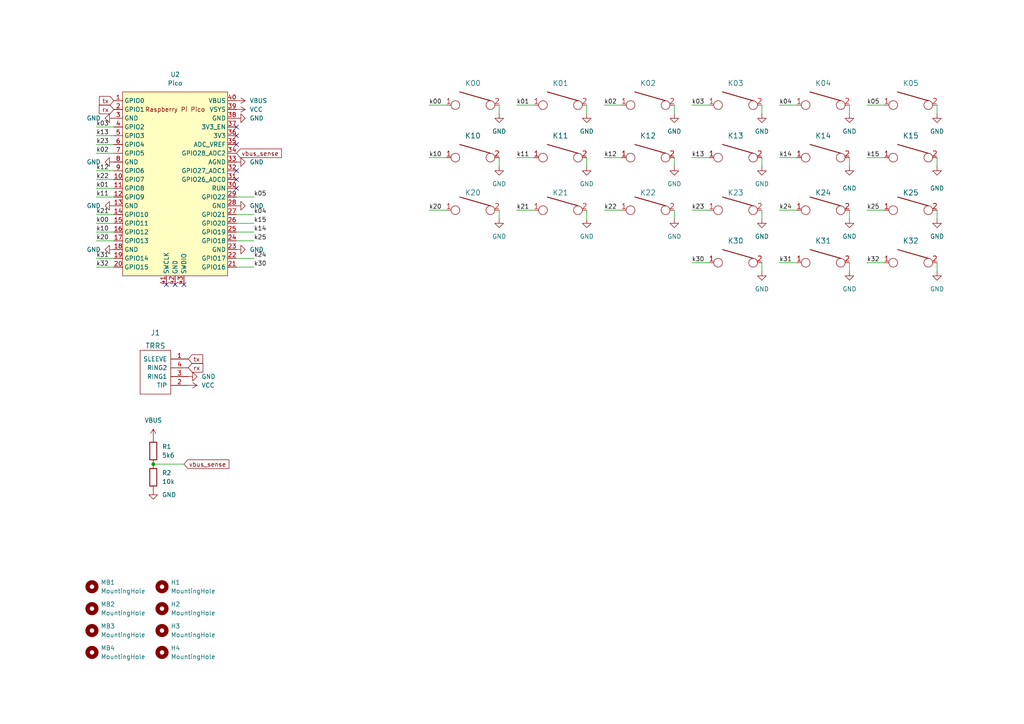
<source format=kicad_sch>
(kicad_sch (version 20231120) (generator "eeschema") (generator_version "8.0")
  (paper "A4")
  (title_block (title "Levitas (Right)") (date "2024-07-08") (rev "A") (company "chriso345") (comment 1 "Adapted from PIANTOR board"))
  (lib_symbols
    (symbol "Device:R" (pin_numbers hide) (pin_names (offset 0))
      (property "Reference" "R" (at 2.032 0 90))
      (property "Value" "R" (at 0 0 90))
      (symbol "R_0_1"
        (rectangle (start -1.016 -2.54) (end 1.016 2.54) (stroke (width 0.254)))
      )
      (symbol "R_1_1"
        (pin passive line (at 0 3.81 270) (length 1.27) (name "~") (number "1"))
        (pin passive line (at 0 -3.81 90) (length 1.27) (name "~") (number "2"))
      )
    )
    (symbol "KiCad-RP-Pico:Pico"
      (property "Reference" "U" (at -13.97 27.94 0))
      (property "Value" "Pico" (at 0 19.05 0))
      (symbol "Pico_0_0"
        (text "Raspberry Pi Pico" (at 0 21.59 0) (effects (font (size 1.27 1.27))))
      )
      (symbol "Pico_0_1"
        (rectangle (start -15.24 26.67) (end 15.24 -26.67) (fill (type background)))
      )
      (symbol "Pico_1_1"
        (pin bidirectional line (at -17.78 24.13 0) (length 2.54) (name "GPIO0") (number "1"))
        (pin bidirectional line (at -17.78 1.27 0) (length 2.54) (name "GPIO7") (number "10"))
        (pin bidirectional line (at -17.78 -1.27 0) (length 2.54) (name "GPIO8") (number "11"))
        (pin bidirectional line (at -17.78 -3.81 0) (length 2.54) (name "GPIO9") (number "12"))
        (pin power_in line (at -17.78 -6.35 0) (length 2.54) (name "GND") (number "13"))
        (pin bidirectional line (at -17.78 -8.89 0) (length 2.54) (name "GPIO10") (number "14"))
        (pin bidirectional line (at -17.78 -11.43 0) (length 2.54) (name "GPIO11") (number "15"))
        (pin bidirectional line (at -17.78 -13.97 0) (length 2.54) (name "GPIO12") (number "16"))
        (pin bidirectional line (at -17.78 -16.51 0) (length 2.54) (name "GPIO13") (number "17"))
        (pin power_in line (at -17.78 -19.05 0) (length 2.54) (name "GND") (number "18"))
        (pin bidirectional line (at -17.78 -21.59 0) (length 2.54) (name "GPIO14") (number "19"))
        (pin bidirectional line (at -17.78 21.59 0) (length 2.54) (name "GPIO1") (number "2"))
        (pin bidirectional line (at -17.78 -24.13 0) (length 2.54) (name "GPIO15") (number "20"))
        (pin bidirectional line (at 17.78 -24.13 180) (length 2.54) (name "GPIO16") (number "21"))
        (pin bidirectional line (at 17.78 -21.59 180) (length 2.54) (name "GPIO17") (number "22"))
        (pin power_in line (at 17.78 -19.05 180) (length 2.54) (name "GND") (number "23"))
        (pin bidirectional line (at 17.78 -16.51 180) (length 2.54) (name "GPIO18") (number "24"))
        (pin bidirectional line (at 17.78 -13.97 180) (length 2.54) (name "GPIO19") (number "25"))
        (pin bidirectional line (at 17.78 -11.43 180) (length 2.54) (name "GPIO20") (number "26"))
        (pin bidirectional line (at 17.78 -8.89 180) (length 2.54) (name "GPIO21") (number "27"))
        (pin power_in line (at 17.78 -6.35 180) (length 2.54) (name "GND") (number "28"))
        (pin bidirectional line (at 17.78 -3.81 180) (length 2.54) (name "GPIO22") (number "29"))
        (pin power_in line (at -17.78 19.05 0) (length 2.54) (name "GND") (number "3"))
        (pin input line (at 17.78 -1.27 180) (length 2.54) (name "RUN") (number "30"))
        (pin bidirectional line (at 17.78 1.27 180) (length 2.54) (name "GPIO26_ADC0") (number "31"))
        (pin bidirectional line (at 17.78 3.81 180) (length 2.54) (name "GPIO27_ADC1") (number "32"))
        (pin power_in line (at 17.78 6.35 180) (length 2.54) (name "AGND") (number "33"))
        (pin bidirectional line (at 17.78 8.89 180) (length 2.54) (name "GPIO28_ADC2") (number "34"))
        (pin power_in line (at 17.78 11.43 180) (length 2.54) (name "ADC_VREF") (number "35"))
        (pin power_in line (at 17.78 13.97 180) (length 2.54) (name "3V3") (number "36"))
        (pin input line (at 17.78 16.51 180) (length 2.54) (name "3V3_EN") (number "37"))
        (pin bidirectional line (at 17.78 19.05 180) (length 2.54) (name "GND") (number "38"))
        (pin power_in line (at 17.78 21.59 180) (length 2.54) (name "VSYS") (number "39"))
        (pin bidirectional line (at -17.78 16.51 0) (length 2.54) (name "GPIO2") (number "4"))
        (pin power_in line (at 17.78 24.13 180) (length 2.54) (name "VBUS") (number "40"))
        (pin input line (at -2.54 -29.21 90) (length 2.54) (name "SWCLK") (number "41"))
        (pin power_in line (at 0 -29.21 90) (length 2.54) (name "GND") (number "42"))
        (pin bidirectional line (at 2.54 -29.21 90) (length 2.54) (name "SWDIO") (number "43"))
        (pin bidirectional line (at -17.78 13.97 0) (length 2.54) (name "GPIO3") (number "5"))
        (pin bidirectional line (at -17.78 11.43 0) (length 2.54) (name "GPIO4") (number "6"))
        (pin bidirectional line (at -17.78 8.89 0) (length 2.54) (name "GPIO5") (number "7"))
        (pin power_in line (at -17.78 6.35 0) (length 2.54) (name "GND") (number "8"))
        (pin bidirectional line (at -17.78 3.81 0) (length 2.54) (name "GPIO6") (number "9"))
      )
    )
    (symbol "Mechanical:MountingHole" (pin_names (offset 1.016))
      (property "Reference" "H" (at 0 5.08 0))
      (property "Value" "MountingHole" (at 0 3.175 0))
      (symbol "MountingHole_0_1"
        (circle (center 0 0) (radius 1.27) (stroke (width 1.27)))
      )
    )
    (symbol "keebio:TRRS" (pin_names (offset 1.016))
      (property "Reference" "U" (at 0 15.24 0))
      (property "Value" "TRRS" (at 0 -2.54 0))
      (symbol "TRRS_0_1"
        (rectangle (start -3.81 0) (end -3.81 12.7))
        (rectangle (start -3.81 12.7) (end 5.08 12.7))
        (rectangle (start 5.08 0) (end -3.81 0))
        (rectangle (start 5.08 12.7) (end 5.08 0))
      )
      (symbol "TRRS_1_1"
        (pin input line (at -8.89 2.54 0) (length 5.08) (name "SLEEVE") (number "1"))
        (pin input line (at -8.89 10.16 0) (length 5.08) (name "TIP") (number "2"))
        (pin input line (at -8.89 7.62 0) (length 5.08) (name "RING1") (number "3"))
        (pin input line (at -8.89 5.08 0) (length 5.08) (name "RING2") (number "4"))
      )
    )
    (symbol "keyboard_parts:KEYSW" (pin_names (offset 1.016))
      (property "Reference" "K?" (at -1.27 0 0))
      (symbol "KEYSW_0_1"
        (circle (center -5.08 0) (radius 1.27))
        (polyline (pts (xy -5.08 1.27) (xy 3.81 3.81)) (stroke (width 0.254)))
        (circle (center 5.08 0) (radius 1.27))
      )
      (symbol "KEYSW_1_1"
        (pin passive line (at 7.62 0 180) (length 1.27) (name "~") (number "1"))
        (pin passive line (at -7.62 0 0) (length 1.27) (name "~") (number "2"))
      )
    )
    (symbol "power:GND" (power) (pin_names (offset 0))
      (property "Value" "GND" (at 0 -3.81 0))
      (symbol "GND_0_1"
        (polyline (pts (xy 0 0) (xy 0 -1.27) (xy 1.27 -1.27) (xy 0 -2.54) (xy -1.27 -1.27) (xy 0 -1.27)))
      )
      (symbol "GND_1_1"
        (pin power_in line (at 0 0 270) (length 0) hide (name "GND") (number "1"))
      )
    )
    (symbol "power:VBUS" (power) (pin_names (offset 0))
      (property "Value" "VBUS" (at 0 3.81 0))
      (symbol "VBUS_0_1"
        (polyline (pts (xy -0.762 1.27) (xy 0 2.54)))
        (polyline (pts (xy 0 0) (xy 0 2.54)))
        (polyline (pts (xy 0 2.54) (xy 0.762 1.27)))
      )
      (symbol "VBUS_1_1"
        (pin power_in line (at 0 0 90) (length 0) hide (name "VBUS") (number "1"))
      )
    )
    (symbol "power:VCC" (power) (pin_names (offset 0))
      (property "Value" "VCC" (at 0 3.81 0))
      (symbol "VCC_0_1"
        (polyline (pts (xy -0.762 1.27) (xy 0 2.54)))
        (polyline (pts (xy 0 0) (xy 0 2.54)))
        (polyline (pts (xy 0 2.54) (xy 0.762 1.27)))
      )
      (symbol "VCC_1_1"
        (pin power_in line (at 0 0 90) (length 0) hide (name "VCC") (number "1"))
      )
    )
  )
  (junction (at 44.45 134.62))
  (no_connect (at 68.58 49.53))
  (no_connect (at 53.34 82.55))
  (no_connect (at 50.8 82.55))
  (no_connect (at 48.26 82.55))
  (no_connect (at 68.58 52.07))
  (no_connect (at 68.58 39.37))
  (no_connect (at 68.58 41.91))
  (no_connect (at 68.58 36.83))
  (no_connect (at 68.58 54.61))
  (wire (pts (xy 149.86 60.96) (xy 154.94 60.96)))
  (wire (pts (xy 27.94 41.91) (xy 33.02 41.91)))
  (wire (pts (xy 200.66 45.72) (xy 205.74 45.72)))
  (wire (pts (xy 251.46 30.48) (xy 256.54 30.48)))
  (wire (pts (xy 124.46 45.72) (xy 129.54 45.72)))
  (wire (pts (xy 200.66 60.96) (xy 205.74 60.96)))
  (wire (pts (xy 68.58 67.31) (xy 73.66 67.31)))
  (wire (pts (xy 149.86 45.72) (xy 154.94 45.72)))
  (wire (pts (xy 27.94 49.53) (xy 33.02 49.53)))
  (wire (pts (xy 68.58 62.23) (xy 73.66 62.23)))
  (wire (pts (xy 27.94 74.93) (xy 33.02 74.93)))
  (wire (pts (xy 175.26 60.96) (xy 180.34 60.96)))
  (wire (pts (xy 251.46 60.96) (xy 256.54 60.96)))
  (wire (pts (xy 195.58 63.5) (xy 195.58 60.96)))
  (wire (pts (xy 144.78 63.5) (xy 144.78 60.96)))
  (wire (pts (xy 246.38 48.26) (xy 246.38 45.72)))
  (wire (pts (xy 220.98 48.26) (xy 220.98 45.72)))
  (wire (pts (xy 144.78 48.26) (xy 144.78 45.72)))
  (wire (pts (xy 27.94 67.31) (xy 33.02 67.31)))
  (wire (pts (xy 27.94 77.47) (xy 33.02 77.47)))
  (wire (pts (xy 175.26 45.72) (xy 180.34 45.72)))
  (wire (pts (xy 246.38 78.74) (xy 246.38 76.2)))
  (wire (pts (xy 271.78 48.26) (xy 271.78 45.72)))
  (wire (pts (xy 200.66 76.2) (xy 205.74 76.2)))
  (wire (pts (xy 226.06 45.72) (xy 231.14 45.72)))
  (wire (pts (xy 68.58 57.15) (xy 73.66 57.15)))
  (wire (pts (xy 200.66 30.48) (xy 205.74 30.48)))
  (wire (pts (xy 220.98 78.74) (xy 220.98 76.2)))
  (wire (pts (xy 271.78 63.5) (xy 271.78 60.96)))
  (wire (pts (xy 124.46 60.96) (xy 129.54 60.96)))
  (wire (pts (xy 27.94 69.85) (xy 33.02 69.85)))
  (wire (pts (xy 27.94 54.61) (xy 33.02 54.61)))
  (wire (pts (xy 144.78 33.02) (xy 144.78 30.48)))
  (wire (pts (xy 195.58 48.26) (xy 195.58 45.72)))
  (wire (pts (xy 170.18 63.5) (xy 170.18 60.96)))
  (wire (pts (xy 246.38 63.5) (xy 246.38 60.96)))
  (wire (pts (xy 226.06 30.48) (xy 231.14 30.48)))
  (wire (pts (xy 124.46 30.48) (xy 129.54 30.48)))
  (wire (pts (xy 27.94 39.37) (xy 33.02 39.37)))
  (wire (pts (xy 27.94 57.15) (xy 33.02 57.15)))
  (wire (pts (xy 170.18 48.26) (xy 170.18 45.72)))
  (wire (pts (xy 175.26 30.48) (xy 180.34 30.48)))
  (wire (pts (xy 68.58 74.93) (xy 73.66 74.93)))
  (wire (pts (xy 27.94 36.83) (xy 33.02 36.83)))
  (wire (pts (xy 27.94 64.77) (xy 33.02 64.77)))
  (wire (pts (xy 44.45 134.62) (xy 53.34 134.62)))
  (wire (pts (xy 68.58 77.47) (xy 73.66 77.47)))
  (wire (pts (xy 195.58 33.02) (xy 195.58 30.48)))
  (wire (pts (xy 251.46 45.72) (xy 256.54 45.72)))
  (wire (pts (xy 27.94 44.45) (xy 33.02 44.45)))
  (wire (pts (xy 226.06 60.96) (xy 231.14 60.96)))
  (wire (pts (xy 68.58 64.77) (xy 73.66 64.77)))
  (wire (pts (xy 170.18 33.02) (xy 170.18 30.48)))
  (wire (pts (xy 226.06 76.2) (xy 231.14 76.2)))
  (wire (pts (xy 271.78 33.02) (xy 271.78 30.48)))
  (wire (pts (xy 246.38 33.02) (xy 246.38 30.48)))
  (wire (pts (xy 251.46 76.2) (xy 256.54 76.2)))
  (wire (pts (xy 220.98 33.02) (xy 220.98 30.48)))
  (wire (pts (xy 27.94 52.07) (xy 33.02 52.07)))
  (wire (pts (xy 27.94 62.23) (xy 33.02 62.23)))
  (wire (pts (xy 149.86 30.48) (xy 154.94 30.48)))
  (wire (pts (xy 68.58 69.85) (xy 73.66 69.85)))
  (wire (pts (xy 271.78 78.74) (xy 271.78 76.2)))
  (wire (pts (xy 220.98 63.5) (xy 220.98 60.96)))
  (label "k11" (at 27.94 57.15 0))
  (label "k21" (at 27.94 62.23 0))
  (label "k13" (at 27.94 39.37 0))
  (label "k30" (at 200.66 76.2 0))
  (label "k02" (at 175.26 30.48 0))
  (label "k04" (at 226.06 30.48 0))
  (label "k20" (at 27.94 69.85 0))
  (label "k00" (at 27.94 64.77 0))
  (label "k01" (at 27.94 54.61 0))
  (label "k00" (at 124.46 30.48 0))
  (label "k03" (at 200.66 30.48 0))
  (label "k15" (at 251.46 45.72 0))
  (label "k23" (at 200.66 60.96 0))
  (label "k10" (at 27.94 67.31 0))
  (label "k24" (at 226.06 60.96 0))
  (label "k05" (at 251.46 30.48 0))
  (label "k32" (at 27.94 77.47 0))
  (label "k22" (at 175.26 60.96 0))
  (label "k03" (at 27.94 36.83 0))
  (label "k02" (at 27.94 44.45 0))
  (label "k01" (at 149.86 30.48 0))
  (label "k22" (at 27.94 52.07 0))
  (label "k10" (at 124.46 45.72 0))
  (label "k12" (at 27.94 49.53 0))
  (label "k30" (at 73.66 77.47 0))
  (label "k31" (at 27.94 74.93 0))
  (label "k24" (at 73.66 74.93 0))
  (label "k32" (at 251.46 76.2 0))
  (label "k14" (at 226.06 45.72 0))
  (label "k12" (at 175.26 45.72 0))
  (label "k23" (at 27.94 41.91 0))
  (label "k11" (at 149.86 45.72 0))
  (label "k15" (at 73.66 64.77 0))
  (label "k25" (at 73.66 69.85 0))
  (label "k04" (at 73.66 62.23 0))
  (label "k31" (at 226.06 76.2 0))
  (label "k13" (at 200.66 45.72 0))
  (label "k21" (at 149.86 60.96 0))
  (label "k25" (at 251.46 60.96 0))
  (label "k05" (at 73.66 57.15 0))
  (label "k14" (at 73.66 67.31 0))
  (label "k20" (at 124.46 60.96 0))
  (global_label "rx" (shape input) (at 54.61 106.68 0) (property "Intersheetrefs" "${INTERSHEET_REFS}" (effects (hide yes))))
  (global_label "vbus_sense" (shape input) (at 53.34 134.62 0) (property "Intersheetrefs" "${INTERSHEET_REFS}" (effects (hide yes))))
  (global_label "tx" (shape input) (at 54.61 104.14 0) (property "Intersheetrefs" "${INTERSHEET_REFS}" (effects (hide yes))))
  (global_label "tx" (shape input) (at 33.02 29.21 180) (property "Intersheetrefs" "${INTERSHEET_REFS}" (effects (hide yes))))
  (global_label "vbus_sense" (shape input) (at 68.58 44.45 0) (property "Intersheetrefs" "${INTERSHEET_REFS}" (effects (hide yes))))
  (global_label "rx" (shape input) (at 33.02 31.75 180) (property "Intersheetrefs" "${INTERSHEET_REFS}" (effects (hide yes))))
  (symbol (lib_id "keyboard_parts:KEYSW") (at 264.16 76.2 0) (mirror y) (unit 1)
    (property "Reference" "K32" (at 264.16 69.85 0) (effects (font (size 1.524 1.524))))
    (property "Value" "KEYSW" (effects (hide yes)))
    (property "Footprint" "keyswitches:SW_PG1350_reversible" (effects (hide yes)))
  )
  (symbol (lib_id "Mechanical:MountingHole") (at 26.67 182.88 0) (unit 1)
    (property "Reference" "MB3" (at 29.21 181.6099 0) (effects (justify left)))
    (property "Value" "MountingHole" (at 29.21 184.1499 0) (effects (justify left)))
    (property "Footprint" "beekeeb_lib:mousebites" (effects (hide yes)))
  )
  (symbol (lib_id "power:GND") (at 195.58 48.26 0) (unit 1)
    (property "Reference" "#PWR0104" (effects (hide yes)))
    (property "Value" "GND" (at 195.58 53.34 0))
  )
  (symbol (lib_id "power:VBUS") (at 68.58 29.21 270) (unit 1)
    (property "Reference" "#PWR0124" (effects (hide yes)))
    (property "Value" "VBUS" (at 72.39 29.2099 90) (effects (justify left)))
  )
  (symbol (lib_id "power:GND") (at 33.02 59.69 270) (unit 1)
    (property "Reference" "#PWR0128" (effects (hide yes)))
    (property "Value" "GND" (at 29.21 59.6899 90) (effects (justify right)))
  )
  (symbol (lib_id "keyboard_parts:KEYSW") (at 238.76 60.96 0) (mirror y) (unit 1)
    (property "Reference" "K24" (at 238.76 55.88 0) (effects (font (size 1.524 1.524))))
    (property "Value" "KEYSW" (effects (hide yes)))
    (property "Footprint" "keyswitches:SW_PG1350_reversible" (effects (hide yes)))
  )
  (symbol (lib_id "power:GND") (at 68.58 46.99 90) (unit 1)
    (property "Reference" "#PWR0111" (effects (hide yes)))
    (property "Value" "GND" (at 72.39 46.9899 90) (effects (justify right)))
  )
  (symbol (lib_id "power:GND") (at 54.61 109.22 90) (unit 1)
    (property "Reference" "#PWR0126" (effects (hide yes)))
    (property "Value" "GND" (at 58.42 109.2199 90) (effects (justify right)))
  )
  (symbol (lib_id "keyboard_parts:KEYSW") (at 137.16 30.48 0) (mirror y) (unit 1)
    (property "Reference" "K00" (at 137.16 24.13 0) (effects (font (size 1.524 1.524))))
    (property "Value" "KEYSW" (effects (hide yes)))
    (property "Footprint" "keyswitches:SW_PG1350_reversible" (effects (hide yes)))
  )
  (symbol (lib_id "Mechanical:MountingHole") (at 46.99 189.23 0) (unit 1)
    (property "Reference" "H4" (at 49.53 187.9599 0) (effects (justify left)))
    (property "Value" "MountingHole" (at 49.53 190.4999 0) (effects (justify left)))
    (property "Footprint" "beekeeb_lib:MountingHole_2.2mm_M2-8mm" (effects (hide yes)))
  )
  (symbol (lib_id "power:VBUS") (at 44.45 127 0) (unit 1)
    (property "Reference" "#PWR0125" (effects (hide yes)))
    (property "Value" "VBUS" (at 44.45 121.92 0))
  )
  (symbol (lib_id "keyboard_parts:KEYSW") (at 264.16 45.72 0) (mirror y) (unit 1)
    (property "Reference" "K15" (at 264.16 39.37 0) (effects (font (size 1.524 1.524))))
    (property "Value" "KEYSW" (effects (hide yes)))
    (property "Footprint" "keyswitches:SW_PG1350_reversible" (effects (hide yes)))
  )
  (symbol (lib_id "power:GND") (at 144.78 48.26 0) (unit 1)
    (property "Reference" "#PWR0107" (effects (hide yes)))
    (property "Value" "GND" (at 144.78 53.34 0))
  )
  (symbol (lib_id "power:GND") (at 195.58 63.5 0) (unit 1)
    (property "Reference" "#PWR0105" (effects (hide yes)))
    (property "Value" "GND" (at 195.58 68.58 0))
  )
  (symbol (lib_id "Mechanical:MountingHole") (at 26.67 176.53 0) (unit 1)
    (property "Reference" "MB2" (at 29.21 175.2599 0) (effects (justify left)))
    (property "Value" "MountingHole" (at 29.21 177.7999 0) (effects (justify left)))
    (property "Footprint" "beekeeb_lib:mousebites" (effects (hide yes)))
  )
  (symbol (lib_id "Mechanical:MountingHole") (at 46.99 176.53 0) (unit 1)
    (property "Reference" "H2" (at 49.53 175.2599 0) (effects (justify left)))
    (property "Value" "MountingHole" (at 49.53 177.7999 0) (effects (justify left)))
    (property "Footprint" "beekeeb_lib:MountingHole_2.2mm_M2-8mm" (effects (hide yes)))
  )
  (symbol (lib_id "keyboard_parts:KEYSW") (at 213.36 30.48 0) (mirror y) (unit 1)
    (property "Reference" "K03" (at 213.36 24.13 0) (effects (font (size 1.524 1.524))))
    (property "Value" "KEYSW" (effects (hide yes)))
    (property "Footprint" "keyswitches:SW_PG1350_reversible" (effects (hide yes)))
  )
  (symbol (lib_id "power:GND") (at 246.38 63.5 0) (unit 1)
    (property "Reference" "#PWR0121" (effects (hide yes)))
    (property "Value" "GND" (at 246.38 68.58 0))
  )
  (symbol (lib_id "keyboard_parts:KEYSW") (at 187.96 30.48 0) (mirror y) (unit 1)
    (property "Reference" "K02" (at 187.96 24.13 0) (effects (font (size 1.524 1.524))))
    (property "Value" "KEYSW" (effects (hide yes)))
    (property "Footprint" "keyswitches:SW_PG1350_reversible" (effects (hide yes)))
  )
  (symbol (lib_id "keyboard_parts:KEYSW") (at 162.56 45.72 0) (mirror y) (unit 1)
    (property "Reference" "K11" (at 162.56 39.37 0) (effects (font (size 1.524 1.524))))
    (property "Value" "KEYSW" (effects (hide yes)))
    (property "Footprint" "keyswitches:SW_PG1350_reversible" (effects (hide yes)))
  )
  (symbol (lib_id "keyboard_parts:KEYSW") (at 187.96 60.96 0) (mirror y) (unit 1)
    (property "Reference" "K22" (at 187.96 55.88 0) (effects (font (size 1.524 1.524))))
    (property "Value" "KEYSW" (effects (hide yes)))
    (property "Footprint" "keyswitches:SW_PG1350_reversible" (effects (hide yes)))
  )
  (symbol (lib_id "power:GND") (at 271.78 33.02 0) (unit 1)
    (property "Reference" "#PWR0115" (effects (hide yes)))
    (property "Value" "GND" (at 271.78 38.1 0))
  )
  (symbol (lib_id "power:GND") (at 271.78 63.5 0) (unit 1)
    (property "Reference" "#PWR0118" (effects (hide yes)))
    (property "Value" "GND" (at 271.78 68.58 0))
  )
  (symbol (lib_id "power:GND") (at 271.78 78.74 0) (unit 1)
    (property "Reference" "#PWR0117" (effects (hide yes)))
    (property "Value" "GND" (at 271.78 83.82 0))
  )
  (symbol (lib_id "Mechanical:MountingHole") (at 26.67 170.18 0) (unit 1)
    (property "Reference" "MB1" (at 29.21 168.9099 0) (effects (justify left)))
    (property "Value" "MountingHole" (at 29.21 171.4499 0) (effects (justify left)))
    (property "Footprint" "beekeeb_lib:mousebites" (effects (hide yes)))
  )
  (symbol (lib_id "power:GND") (at 246.38 48.26 0) (unit 1)
    (property "Reference" "#PWR0119" (effects (hide yes)))
    (property "Value" "GND" (at 246.38 54.61 0))
  )
  (symbol (lib_id "power:GND") (at 170.18 63.5 0) (unit 1)
    (property "Reference" "#PWR0101" (effects (hide yes)))
    (property "Value" "GND" (at 170.18 68.58 0))
  )
  (symbol (lib_id "keyboard_parts:KEYSW") (at 238.76 30.48 0) (mirror y) (unit 1)
    (property "Reference" "K04" (at 238.76 24.13 0) (effects (font (size 1.524 1.524))))
    (property "Value" "KEYSW" (effects (hide yes)))
    (property "Footprint" "keyswitches:SW_PG1350_reversible" (effects (hide yes)))
  )
  (symbol (lib_id "power:GND") (at 246.38 78.74 0) (unit 1)
    (property "Reference" "#PWR0120" (effects (hide yes)))
    (property "Value" "GND" (at 246.38 83.82 0))
  )
  (symbol (lib_id "power:GND") (at 68.58 72.39 90) (unit 1)
    (property "Reference" "#PWR0135" (effects (hide yes)))
    (property "Value" "GND" (at 72.39 72.3899 90) (effects (justify right)))
  )
  (symbol (lib_id "Device:R") (at 44.45 138.43 0) (unit 1)
    (property "Reference" "R2" (at 46.99 137.1599 0) (effects (justify left)))
    (property "Value" "10k" (at 46.99 139.6999 0) (effects (justify left)))
    (property "Footprint" "Resistor_SMD:R_1206_3216Metric_Pad1.30x1.75mm_HandSolder" (effects (hide yes)))
  )
  (symbol (lib_id "keyboard_parts:KEYSW") (at 213.36 76.2 0) (mirror y) (unit 1)
    (property "Reference" "K30" (at 213.36 69.85 0) (effects (font (size 1.524 1.524))))
    (property "Value" "KEYSW" (effects (hide yes)))
    (property "Footprint" "keyswitches:SW_PG1350_reversible" (effects (hide yes)))
  )
  (symbol (lib_id "power:GND") (at 246.38 33.02 0) (unit 1)
    (property "Reference" "#PWR0112" (effects (hide yes)))
    (property "Value" "GND" (at 246.38 38.1 0))
  )
  (symbol (lib_id "power:GND") (at 33.02 72.39 270) (unit 1)
    (property "Reference" "#PWR0129" (effects (hide yes)))
    (property "Value" "GND" (at 29.21 72.3899 90) (effects (justify right)))
  )
  (symbol (lib_id "keebio:TRRS") (at 45.72 101.6 180) (unit 1)
    (property "Reference" "J1" (at 45.085 96.52 0) (effects (font (size 1.524 1.524))))
    (property "Value" "TRRS" (at 45.085 100.33 0) (effects (font (size 1.524 1.524))))
    (property "Footprint" "Resistor_SMD:R_1206_3216Metric_Pad1.30x1.75mm_HandSolder" (effects (hide yes)))
  )
  (symbol (lib_id "power:GND") (at 68.58 34.29 90) (unit 1)
    (property "Reference" "#PWR0132" (effects (hide yes)))
    (property "Value" "GND" (at 72.39 34.2899 90) (effects (justify right)))
  )
  (symbol (lib_id "KiCad-RP-Pico:Pico") (at 50.8 53.34 0) (unit 1)
    (property "Reference" "U2" (at 50.8 21.59 0))
    (property "Value" "Pico" (at 50.8 24.13 0))
    (property "Footprint" "RPi_Pico:RPi_Pico_SMD_TH" (effects (hide yes)))
  )
  (symbol (lib_id "keyboard_parts:KEYSW") (at 137.16 60.96 0) (mirror y) (unit 1)
    (property "Reference" "K20" (at 137.16 55.88 0) (effects (font (size 1.524 1.524))))
    (property "Value" "KEYSW" (effects (hide yes)))
    (property "Footprint" "keyswitches:SW_PG1350_reversible" (effects (hide yes)))
  )
  (symbol (lib_id "power:GND") (at 44.45 142.24 0) (unit 1)
    (property "Reference" "#PWR0127" (effects (hide yes)))
    (property "Value" "GND" (at 46.99 143.5099 0) (effects (justify left)))
  )
  (symbol (lib_id "power:VCC") (at 68.58 31.75 270) (unit 1)
    (property "Reference" "#PWR0133" (effects (hide yes)))
    (property "Value" "VCC" (at 72.39 31.7499 90) (effects (justify left)))
  )
  (symbol (lib_id "power:GND") (at 271.78 48.26 0) (unit 1)
    (property "Reference" "#PWR0116" (effects (hide yes)))
    (property "Value" "GND" (at 271.78 54.61 0))
  )
  (symbol (lib_id "keyboard_parts:KEYSW") (at 213.36 60.96 0) (mirror y) (unit 1)
    (property "Reference" "K23" (at 213.36 55.88 0) (effects (font (size 1.524 1.524))))
    (property "Value" "KEYSW" (effects (hide yes)))
    (property "Footprint" "keyswitches:SW_PG1350_reversible" (effects (hide yes)))
  )
  (symbol (lib_id "power:GND") (at 68.58 59.69 90) (unit 1)
    (property "Reference" "#PWR0134" (effects (hide yes)))
    (property "Value" "GND" (at 72.39 59.6899 90) (effects (justify right)))
  )
  (symbol (lib_id "keyboard_parts:KEYSW") (at 137.16 45.72 0) (mirror y) (unit 1)
    (property "Reference" "K10" (at 137.16 39.37 0) (effects (font (size 1.524 1.524))))
    (property "Value" "KEYSW" (effects (hide yes)))
    (property "Footprint" "keyswitches:SW_PG1350_reversible" (effects (hide yes)))
  )
  (symbol (lib_id "keyboard_parts:KEYSW") (at 162.56 30.48 0) (mirror y) (unit 1)
    (property "Reference" "K01" (at 162.56 24.13 0) (effects (font (size 1.524 1.524))))
    (property "Value" "KEYSW" (effects (hide yes)))
    (property "Footprint" "keyswitches:SW_PG1350_reversible" (effects (hide yes)))
  )
  (symbol (lib_id "keyboard_parts:KEYSW") (at 264.16 60.96 0) (mirror y) (unit 1)
    (property "Reference" "K25" (at 264.16 55.88 0) (effects (font (size 1.524 1.524))))
    (property "Value" "KEYSW" (effects (hide yes)))
    (property "Footprint" "keyswitches:SW_PG1350_reversible" (effects (hide yes)))
  )
  (symbol (lib_id "power:GND") (at 33.02 46.99 270) (unit 1)
    (property "Reference" "#PWR0131" (effects (hide yes)))
    (property "Value" "GND" (at 29.21 46.9899 90) (effects (justify right)))
  )
  (symbol (lib_id "keyboard_parts:KEYSW") (at 238.76 76.2 0) (mirror y) (unit 1)
    (property "Reference" "K31" (at 238.76 69.85 0) (effects (font (size 1.524 1.524))))
    (property "Value" "KEYSW" (effects (hide yes)))
    (property "Footprint" "keyswitches:SW_PG1350_reversible" (effects (hide yes)))
  )
  (symbol (lib_id "Mechanical:MountingHole") (at 46.99 182.88 0) (unit 1)
    (property "Reference" "H3" (at 49.53 181.6099 0) (effects (justify left)))
    (property "Value" "MountingHole" (at 49.53 184.1499 0) (effects (justify left)))
    (property "Footprint" "beekeeb_lib:MountingHole_2.2mm_M2-8mm" (effects (hide yes)))
  )
  (symbol (lib_id "power:GND") (at 220.98 33.02 0) (unit 1)
    (property "Reference" "#PWR0123" (effects (hide yes)))
    (property "Value" "GND" (at 220.98 38.1 0))
  )
  (symbol (lib_id "keyboard_parts:KEYSW") (at 238.76 45.72 0) (mirror y) (unit 1)
    (property "Reference" "K14" (at 238.76 39.37 0) (effects (font (size 1.524 1.524))))
    (property "Value" "KEYSW" (effects (hide yes)))
    (property "Footprint" "keyswitches:SW_PG1350_reversible" (effects (hide yes)))
  )
  (symbol (lib_id "Mechanical:MountingHole") (at 26.67 189.23 0) (unit 1)
    (property "Reference" "MB4" (at 29.21 187.9599 0) (effects (justify left)))
    (property "Value" "MountingHole" (at 29.21 190.4999 0) (effects (justify left)))
    (property "Footprint" "beekeeb_lib:mousebites" (effects (hide yes)))
  )
  (symbol (lib_id "power:GND") (at 144.78 33.02 0) (unit 1)
    (property "Reference" "#PWR0109" (effects (hide yes)))
    (property "Value" "GND" (at 144.78 38.1 0))
  )
  (symbol (lib_id "power:GND") (at 33.02 34.29 270) (unit 1)
    (property "Reference" "#PWR0130" (effects (hide yes)))
    (property "Value" "GND" (at 29.21 34.2899 90) (effects (justify right)))
  )
  (symbol (lib_id "keyboard_parts:KEYSW") (at 213.36 45.72 0) (mirror y) (unit 1)
    (property "Reference" "K13" (at 213.36 39.37 0) (effects (font (size 1.524 1.524))))
    (property "Value" "KEYSW" (effects (hide yes)))
    (property "Footprint" "keyswitches:SW_PG1350_reversible" (effects (hide yes)))
  )
  (symbol (lib_id "power:GND") (at 195.58 33.02 0) (unit 1)
    (property "Reference" "#PWR0103" (effects (hide yes)))
    (property "Value" "GND" (at 195.58 38.1 0))
  )
  (symbol (lib_id "power:GND") (at 220.98 48.26 0) (unit 1)
    (property "Reference" "#PWR0122" (effects (hide yes)))
    (property "Value" "GND" (at 220.98 53.34 0))
  )
  (symbol (lib_id "keyboard_parts:KEYSW") (at 162.56 60.96 0) (mirror y) (unit 1)
    (property "Reference" "K21" (at 162.56 55.88 0) (effects (font (size 1.524 1.524))))
    (property "Value" "KEYSW" (effects (hide yes)))
    (property "Footprint" "keyswitches:SW_PG1350_reversible" (effects (hide yes)))
  )
  (symbol (lib_id "keyboard_parts:KEYSW") (at 187.96 45.72 0) (mirror y) (unit 1)
    (property "Reference" "K12" (at 187.96 39.37 0) (effects (font (size 1.524 1.524))))
    (property "Value" "KEYSW" (effects (hide yes)))
    (property "Footprint" "keyswitches:SW_PG1350_reversible" (effects (hide yes)))
  )
  (symbol (lib_id "power:GND") (at 220.98 78.74 0) (unit 1)
    (property "Reference" "#PWR0113" (effects (hide yes)))
    (property "Value" "GND" (at 220.98 83.82 0))
  )
  (symbol (lib_id "power:GND") (at 170.18 33.02 0) (unit 1)
    (property "Reference" "#PWR0106" (effects (hide yes)))
    (property "Value" "GND" (at 170.18 38.1 0))
  )
  (symbol (lib_id "power:GND") (at 170.18 48.26 0) (unit 1)
    (property "Reference" "#PWR0102" (effects (hide yes)))
    (property "Value" "GND" (at 170.18 53.34 0))
  )
  (symbol (lib_id "Mechanical:MountingHole") (at 46.99 170.18 0) (unit 1)
    (property "Reference" "H1" (at 49.53 168.9099 0) (effects (justify left)))
    (property "Value" "MountingHole" (at 49.53 171.4499 0) (effects (justify left)))
    (property "Footprint" "beekeeb_lib:MountingHole_2.2mm_M2-8mm" (effects (hide yes)))
  )
  (symbol (lib_id "power:GND") (at 220.98 63.5 0) (unit 1)
    (property "Reference" "#PWR0114" (effects (hide yes)))
    (property "Value" "GND" (at 220.98 68.58 0))
  )
  (symbol (lib_id "Device:R") (at 44.45 130.81 0) (unit 1)
    (property "Reference" "R1" (at 46.99 129.5399 0) (effects (justify left)))
    (property "Value" "5k6" (at 46.99 132.0799 0) (effects (justify left)))
    (property "Footprint" "Resistor_SMD:R_1206_3216Metric_Pad1.30x1.75mm_HandSolder" (effects (hide yes)))
  )
  (symbol (lib_id "power:GND") (at 144.78 63.5 0) (unit 1)
    (property "Reference" "#PWR0108" (effects (hide yes)))
    (property "Value" "GND" (at 144.78 68.58 0))
  )
  (symbol (lib_id "power:VCC") (at 54.61 111.76 270) (unit 1)
    (property "Reference" "#PWR0110" (effects (hide yes)))
    (property "Value" "VCC" (at 58.42 111.7599 90) (effects (justify left)))
  )
  (symbol (lib_id "keyboard_parts:KEYSW") (at 264.16 30.48 0) (mirror y) (unit 1)
    (property "Reference" "K05" (at 264.16 24.13 0) (effects (font (size 1.524 1.524))))
    (property "Value" "KEYSW" (effects (hide yes)))
    (property "Footprint" "keyswitches:SW_PG1350_reversible" (effects (hide yes)))
  )
)
</source>
